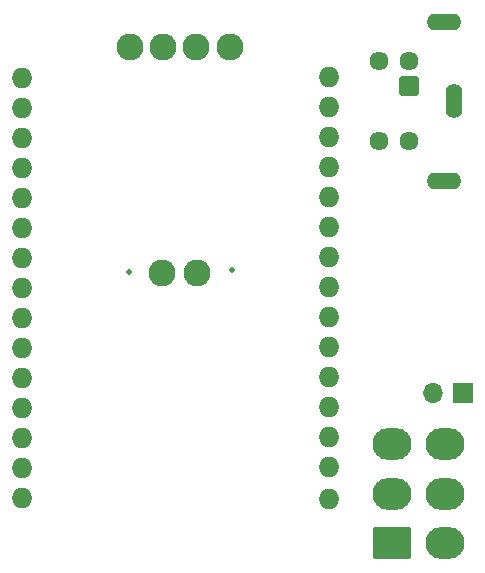
<source format=gbr>
%TF.GenerationSoftware,KiCad,Pcbnew,8.0.2-1*%
%TF.CreationDate,2025-02-24T08:21:50+03:00*%
%TF.ProjectId,PFC_CAN,5046435f-4341-44e2-9e6b-696361645f70,rev?*%
%TF.SameCoordinates,Original*%
%TF.FileFunction,Soldermask,Top*%
%TF.FilePolarity,Negative*%
%FSLAX46Y46*%
G04 Gerber Fmt 4.6, Leading zero omitted, Abs format (unit mm)*
G04 Created by KiCad (PCBNEW 8.0.2-1) date 2025-02-24 08:21:50*
%MOMM*%
%LPD*%
G01*
G04 APERTURE LIST*
G04 Aperture macros list*
%AMRoundRect*
0 Rectangle with rounded corners*
0 $1 Rounding radius*
0 $2 $3 $4 $5 $6 $7 $8 $9 X,Y pos of 4 corners*
0 Add a 4 corners polygon primitive as box body*
4,1,4,$2,$3,$4,$5,$6,$7,$8,$9,$2,$3,0*
0 Add four circle primitives for the rounded corners*
1,1,$1+$1,$2,$3*
1,1,$1+$1,$4,$5*
1,1,$1+$1,$6,$7*
1,1,$1+$1,$8,$9*
0 Add four rect primitives between the rounded corners*
20,1,$1+$1,$2,$3,$4,$5,0*
20,1,$1+$1,$4,$5,$6,$7,0*
20,1,$1+$1,$6,$7,$8,$9,0*
20,1,$1+$1,$8,$9,$2,$3,0*%
G04 Aperture macros list end*
%ADD10RoundRect,0.250001X1.399999X-1.099999X1.399999X1.099999X-1.399999X1.099999X-1.399999X-1.099999X0*%
%ADD11O,3.300000X2.700000*%
%ADD12C,0.500000*%
%ADD13C,2.286000*%
%ADD14R,1.700000X1.700000*%
%ADD15O,1.700000X1.700000*%
%ADD16RoundRect,0.102000X0.704000X-0.704000X0.704000X0.704000X-0.704000X0.704000X-0.704000X-0.704000X0*%
%ADD17C,1.612000*%
%ADD18O,1.434000X2.934000*%
%ADD19O,2.934000X1.434000*%
%ADD20O,1.727200X1.727200*%
G04 APERTURE END LIST*
D10*
%TO.C,CAN BUS*%
X100655999Y-120142000D03*
D11*
X100656000Y-115942000D03*
X100655999Y-111742000D03*
X105156000Y-120142000D03*
X105155999Y-115942000D03*
X105156000Y-111742000D03*
%TD*%
D12*
%TO.C,CAN*%
X87122000Y-97028000D03*
D13*
X86912000Y-78077999D03*
X84112000Y-97278000D03*
X84062000Y-78128000D03*
X81232000Y-78118000D03*
X81212000Y-97278000D03*
X78462000Y-78128000D03*
D12*
X78342000Y-97148000D03*
%TD*%
D14*
%TO.C,REF\u002A\u002A*%
X106685000Y-107442000D03*
D15*
X104145000Y-107442000D03*
%TD*%
D16*
%TO.C,REF\u002A\u002A*%
X102068000Y-81406000D03*
D17*
X102068000Y-79306000D03*
X102068000Y-86106000D03*
X99568000Y-79306000D03*
X99568000Y-86106000D03*
D18*
X105868000Y-82706000D03*
D19*
X105068000Y-89456000D03*
X105068000Y-75956000D03*
%TD*%
D20*
%TO.C,ESP*%
X69296000Y-80729200D03*
X69296000Y-83269200D03*
X69296000Y-85809200D03*
X69296000Y-88349200D03*
X69296000Y-90889200D03*
X69296000Y-93429200D03*
X69296000Y-95969200D03*
X69296000Y-98509200D03*
X69296000Y-101049200D03*
X69296000Y-103589200D03*
X69296000Y-106129200D03*
X69296000Y-108669200D03*
X69296000Y-111209200D03*
X69296000Y-113749200D03*
X69296000Y-116289200D03*
X95296000Y-116357000D03*
X95296000Y-113690000D03*
X95296000Y-111150000D03*
X95296000Y-108610000D03*
X95296000Y-106070000D03*
X95296000Y-103530000D03*
X95296000Y-100990000D03*
X95296000Y-98450000D03*
X95296000Y-95910000D03*
X95296000Y-93370000D03*
X95296000Y-90830000D03*
X95296000Y-88290000D03*
X95296000Y-85750000D03*
X95296000Y-83210000D03*
X95296000Y-80670000D03*
%TD*%
M02*

</source>
